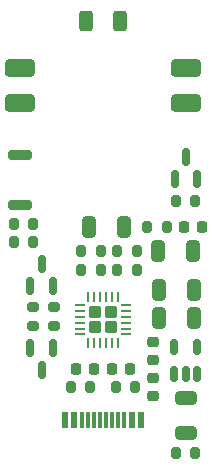
<source format=gtp>
%TF.GenerationSoftware,KiCad,Pcbnew,(6.0.4)*%
%TF.CreationDate,2023-01-26T18:28:49+01:00*%
%TF.ProjectId,hair-01,68616972-2d30-4312-9e6b-696361645f70,rev?*%
%TF.SameCoordinates,Original*%
%TF.FileFunction,Paste,Top*%
%TF.FilePolarity,Positive*%
%FSLAX46Y46*%
G04 Gerber Fmt 4.6, Leading zero omitted, Abs format (unit mm)*
G04 Created by KiCad (PCBNEW (6.0.4)) date 2023-01-26 18:28:49*
%MOMM*%
%LPD*%
G01*
G04 APERTURE LIST*
G04 Aperture macros list*
%AMRoundRect*
0 Rectangle with rounded corners*
0 $1 Rounding radius*
0 $2 $3 $4 $5 $6 $7 $8 $9 X,Y pos of 4 corners*
0 Add a 4 corners polygon primitive as box body*
4,1,4,$2,$3,$4,$5,$6,$7,$8,$9,$2,$3,0*
0 Add four circle primitives for the rounded corners*
1,1,$1+$1,$2,$3*
1,1,$1+$1,$4,$5*
1,1,$1+$1,$6,$7*
1,1,$1+$1,$8,$9*
0 Add four rect primitives between the rounded corners*
20,1,$1+$1,$2,$3,$4,$5,0*
20,1,$1+$1,$4,$5,$6,$7,0*
20,1,$1+$1,$6,$7,$8,$9,0*
20,1,$1+$1,$8,$9,$2,$3,0*%
G04 Aperture macros list end*
%ADD10RoundRect,0.375000X0.925000X-0.375000X0.925000X0.375000X-0.925000X0.375000X-0.925000X-0.375000X0*%
%ADD11RoundRect,0.200000X-0.200000X-0.275000X0.200000X-0.275000X0.200000X0.275000X-0.200000X0.275000X0*%
%ADD12RoundRect,0.200000X0.200000X0.275000X-0.200000X0.275000X-0.200000X-0.275000X0.200000X-0.275000X0*%
%ADD13RoundRect,0.218750X0.256250X-0.218750X0.256250X0.218750X-0.256250X0.218750X-0.256250X-0.218750X0*%
%ADD14RoundRect,0.150000X0.150000X-0.587500X0.150000X0.587500X-0.150000X0.587500X-0.150000X-0.587500X0*%
%ADD15RoundRect,0.200000X-0.275000X0.200000X-0.275000X-0.200000X0.275000X-0.200000X0.275000X0.200000X0*%
%ADD16R,0.600000X1.450000*%
%ADD17R,0.300000X1.450000*%
%ADD18RoundRect,0.250000X-0.650000X0.325000X-0.650000X-0.325000X0.650000X-0.325000X0.650000X0.325000X0*%
%ADD19RoundRect,0.150000X-0.150000X0.587500X-0.150000X-0.587500X0.150000X-0.587500X0.150000X0.587500X0*%
%ADD20RoundRect,0.250000X-0.325000X-0.650000X0.325000X-0.650000X0.325000X0.650000X-0.325000X0.650000X0*%
%ADD21RoundRect,0.150000X0.150000X-0.512500X0.150000X0.512500X-0.150000X0.512500X-0.150000X-0.512500X0*%
%ADD22RoundRect,0.225000X-0.250000X0.225000X-0.250000X-0.225000X0.250000X-0.225000X0.250000X0.225000X0*%
%ADD23RoundRect,0.218750X-0.218750X-0.256250X0.218750X-0.256250X0.218750X0.256250X-0.218750X0.256250X0*%
%ADD24RoundRect,0.218750X0.218750X0.256250X-0.218750X0.256250X-0.218750X-0.256250X0.218750X-0.256250X0*%
%ADD25RoundRect,0.225000X-0.225000X-0.250000X0.225000X-0.250000X0.225000X0.250000X-0.225000X0.250000X0*%
%ADD26RoundRect,0.200000X0.800000X-0.200000X0.800000X0.200000X-0.800000X0.200000X-0.800000X-0.200000X0*%
%ADD27RoundRect,0.250000X-0.312500X-0.625000X0.312500X-0.625000X0.312500X0.625000X-0.312500X0.625000X0*%
%ADD28RoundRect,0.250000X0.325000X0.650000X-0.325000X0.650000X-0.325000X-0.650000X0.325000X-0.650000X0*%
%ADD29RoundRect,0.250000X0.275000X-0.275000X0.275000X0.275000X-0.275000X0.275000X-0.275000X-0.275000X0*%
%ADD30RoundRect,0.062500X0.062500X-0.350000X0.062500X0.350000X-0.062500X0.350000X-0.062500X-0.350000X0*%
%ADD31RoundRect,0.062500X0.350000X-0.062500X0.350000X0.062500X-0.350000X0.062500X-0.350000X-0.062500X0*%
%ADD32RoundRect,0.375000X-0.925000X0.375000X-0.925000X-0.375000X0.925000X-0.375000X0.925000X0.375000X0*%
%ADD33RoundRect,0.200000X0.275000X-0.200000X0.275000X0.200000X-0.275000X0.200000X-0.275000X-0.200000X0*%
G04 APERTURE END LIST*
D10*
X155590000Y-85700000D03*
X155590000Y-82700000D03*
D11*
X141034000Y-97409000D03*
X142684000Y-97409000D03*
X149670000Y-109728000D03*
X151320000Y-109728000D03*
D12*
X151447000Y-98171000D03*
X149797000Y-98171000D03*
D13*
X152781000Y-110515500D03*
X152781000Y-108940500D03*
D14*
X154640000Y-92123500D03*
X156540000Y-92123500D03*
X155590000Y-90248500D03*
D15*
X144399000Y-102934000D03*
X144399000Y-104584000D03*
D16*
X145340000Y-112505000D03*
X146140000Y-112505000D03*
D17*
X147340000Y-112505000D03*
X148340000Y-112505000D03*
X148840000Y-112505000D03*
X149840000Y-112505000D03*
D16*
X151040000Y-112505000D03*
X151840000Y-112505000D03*
X151840000Y-112505000D03*
X151040000Y-112505000D03*
D17*
X150340000Y-112505000D03*
X149340000Y-112505000D03*
X147840000Y-112505000D03*
X146840000Y-112505000D03*
D16*
X146140000Y-112505000D03*
X145340000Y-112505000D03*
D18*
X155575000Y-110666000D03*
X155575000Y-113616000D03*
D19*
X144333000Y-106377500D03*
X142433000Y-106377500D03*
X143383000Y-108252500D03*
D20*
X153338000Y-103886000D03*
X156288000Y-103886000D03*
D12*
X147510000Y-109728000D03*
X145860000Y-109728000D03*
D21*
X154625000Y-108579500D03*
X155575000Y-108579500D03*
X156525000Y-108579500D03*
X156525000Y-106304500D03*
X154625000Y-106304500D03*
D11*
X141034000Y-95885000D03*
X142684000Y-95885000D03*
D22*
X152781000Y-105905000D03*
X152781000Y-107455000D03*
D14*
X142433000Y-101140500D03*
X144333000Y-101140500D03*
X143383000Y-99265500D03*
D23*
X149326500Y-108204000D03*
X150901500Y-108204000D03*
D24*
X147853500Y-108204000D03*
X146278500Y-108204000D03*
D11*
X146749000Y-99822000D03*
X148399000Y-99822000D03*
D25*
X155435000Y-96139000D03*
X156985000Y-96139000D03*
D26*
X141590000Y-94300000D03*
X141590000Y-90100000D03*
D27*
X147127500Y-78740000D03*
X150052500Y-78740000D03*
D12*
X153987000Y-96139000D03*
X152337000Y-96139000D03*
D28*
X156161000Y-98171000D03*
X153211000Y-98171000D03*
D29*
X147940000Y-104663000D03*
X149240000Y-104663000D03*
X149240000Y-103363000D03*
X147940000Y-103363000D03*
D30*
X147340000Y-105950500D03*
X147840000Y-105950500D03*
X148340000Y-105950500D03*
X148840000Y-105950500D03*
X149340000Y-105950500D03*
X149840000Y-105950500D03*
D31*
X150527500Y-105263000D03*
X150527500Y-104763000D03*
X150527500Y-104263000D03*
X150527500Y-103763000D03*
X150527500Y-103263000D03*
X150527500Y-102763000D03*
D30*
X149840000Y-102075500D03*
X149340000Y-102075500D03*
X148840000Y-102075500D03*
X148340000Y-102075500D03*
X147840000Y-102075500D03*
X147340000Y-102075500D03*
D31*
X146652500Y-102763000D03*
X146652500Y-103263000D03*
X146652500Y-103763000D03*
X146652500Y-104263000D03*
X146652500Y-104763000D03*
X146652500Y-105263000D03*
D11*
X154750000Y-115316000D03*
X156400000Y-115316000D03*
D12*
X151447000Y-99822000D03*
X149797000Y-99822000D03*
X148399000Y-98171000D03*
X146749000Y-98171000D03*
D20*
X153338000Y-101473000D03*
X156288000Y-101473000D03*
D11*
X154750000Y-93980000D03*
X156400000Y-93980000D03*
D32*
X141590000Y-82700000D03*
X141590000Y-85700000D03*
D33*
X142621000Y-104584000D03*
X142621000Y-102934000D03*
D28*
X150319000Y-96139000D03*
X147369000Y-96139000D03*
M02*

</source>
